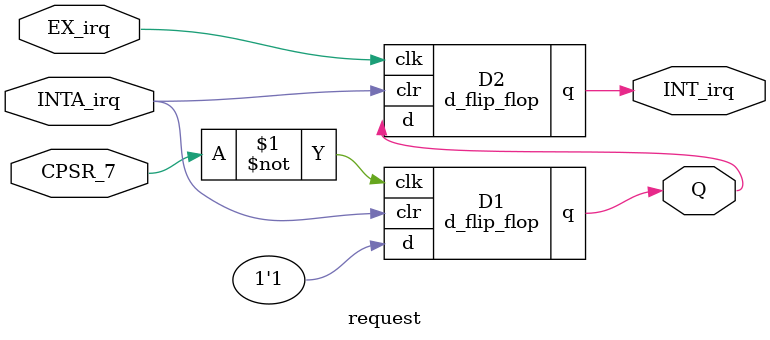
<source format=v>
module interrupt_control_circuit(
    input clk,
    input rst,
    input CPSR_7,
    input EX_irq,
    input INTA_irq,

    output INT_irq
    //output [1:0]PC_s
    );
    
    request request(
        .CPSR_7(CPSR_7),
        .EX_irq(EX_irq),
        .INTA_irq(INTA_irq),

        .INT_irq(INT_irq)
    );
    
    /*decode decode_mod(
        .clk(clk),
        .INT_irq(INT_irq),

        .INTA_irq(INTA_irq)
        //.PC_s(PC_s)
    );*/   
endmodule


module d_flip_flop(//D触发器模块？
    input d,
    input clk,
    input clr,
    output reg q
    );
        
    always@ (posedge clk or posedge clr) begin
        if(clr) begin
            q <= 0; 
        end
        else begin
            q <= d;
        end
    end
    
endmodule

module request(//中断请求模块？
    input CPSR_7,
    input INTA_irq,
    input EX_irq,
    
    output INT_irq,
    output Q
    );
    
    //wire Q;
    
    d_flip_flop D1(//第一个触发器
        .d(1'b1),//高电平默认为1
        .clk(~CPSR_7),//看图，输入有个小圆圈，取反
        .clr(INTA_irq),//如果传入的值已经为1，那么输出0，INTA_irq为1说明已经处在中断之中

        .q(Q)
    );
    
    d_flip_flop D2(
        .d(Q),
        .clk(EX_irq),
        .clr(INTA_irq),

        .q(INT_irq)
    );
endmodule

/*module decode(
    input clk,
    input INT_irq,
    
    output reg INTA_irq,
    output reg [1:0]PC_s,
    output reg Write_PC
    );
    always@(posedge clk) begin
        if(INT_irq) begin
            INTA_irq <= 1;
            PC_s <= 2'b11;
            Write_PC <= 1;
        end
        else begin
            INTA_irq <= 0;
            PC_s <= 2'b00;
            Write_PC <= 0;
        end
    end
endmodule*/
</source>
